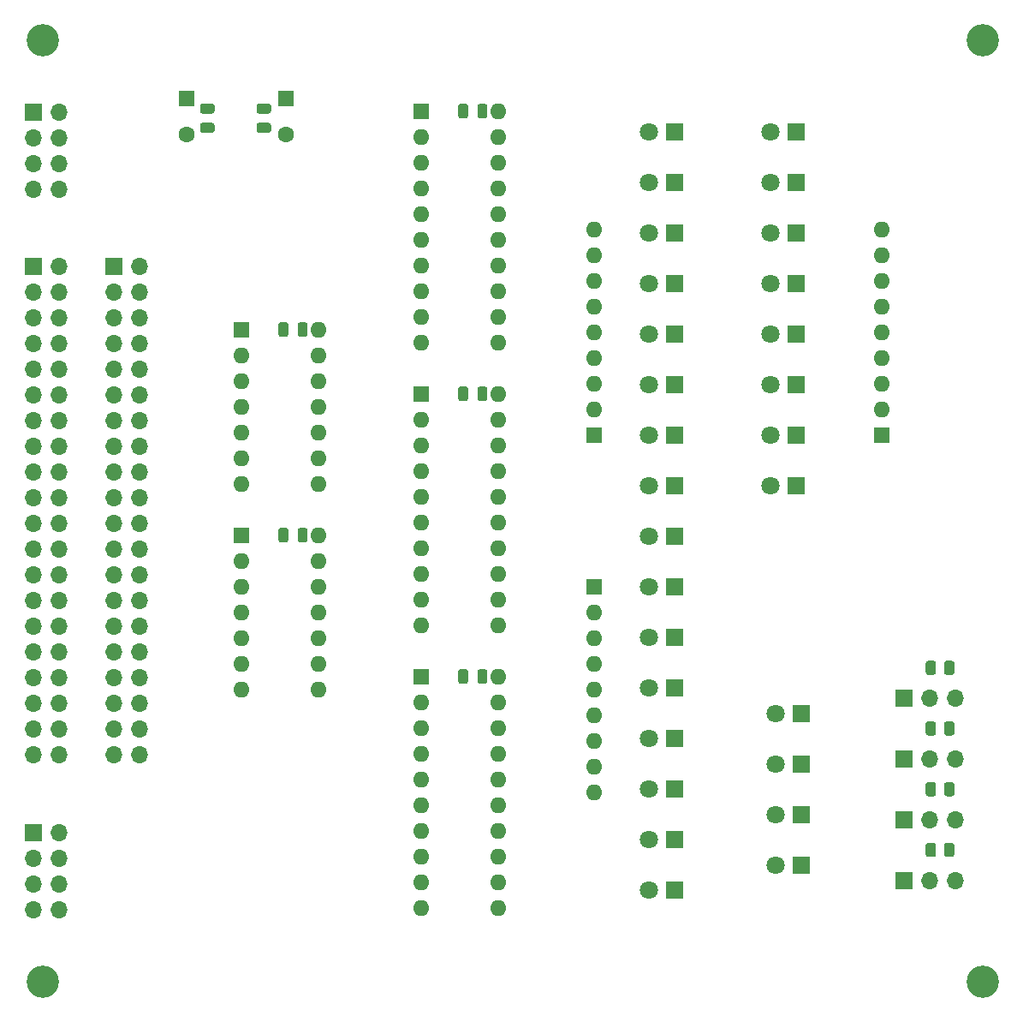
<source format=gbr>
%TF.GenerationSoftware,KiCad,Pcbnew,(5.1.9)-1*%
%TF.CreationDate,2021-06-06T11:32:17-04:00*%
%TF.ProjectId,main,6d61696e-2e6b-4696-9361-645f70636258,rev?*%
%TF.SameCoordinates,Original*%
%TF.FileFunction,Soldermask,Bot*%
%TF.FilePolarity,Negative*%
%FSLAX46Y46*%
G04 Gerber Fmt 4.6, Leading zero omitted, Abs format (unit mm)*
G04 Created by KiCad (PCBNEW (5.1.9)-1) date 2021-06-06 11:32:17*
%MOMM*%
%LPD*%
G01*
G04 APERTURE LIST*
%ADD10C,1.800000*%
%ADD11R,1.800000X1.800000*%
%ADD12C,1.600000*%
%ADD13R,1.600000X1.600000*%
%ADD14O,1.600000X1.600000*%
%ADD15O,1.700000X1.700000*%
%ADD16R,1.700000X1.700000*%
%ADD17C,3.200000*%
G04 APERTURE END LIST*
D10*
%TO.C,D28*%
X95960000Y-90000000D03*
D11*
X98500000Y-90000000D03*
%TD*%
D10*
%TO.C,D27*%
X95960000Y-95000000D03*
D11*
X98500000Y-95000000D03*
%TD*%
D10*
%TO.C,D26*%
X95960000Y-100000000D03*
D11*
X98500000Y-100000000D03*
%TD*%
D10*
%TO.C,D25*%
X95960000Y-105000000D03*
D11*
X98500000Y-105000000D03*
%TD*%
D12*
%TO.C,C9*%
X37752000Y-32774000D03*
D13*
X37752000Y-29274000D03*
%TD*%
%TO.C,C8*%
G36*
G01*
X39309000Y-31630000D02*
X40259000Y-31630000D01*
G75*
G02*
X40509000Y-31880000I0J-250000D01*
G01*
X40509000Y-32380000D01*
G75*
G02*
X40259000Y-32630000I-250000J0D01*
G01*
X39309000Y-32630000D01*
G75*
G02*
X39059000Y-32380000I0J250000D01*
G01*
X39059000Y-31880000D01*
G75*
G02*
X39309000Y-31630000I250000J0D01*
G01*
G37*
G36*
G01*
X39309000Y-29730000D02*
X40259000Y-29730000D01*
G75*
G02*
X40509000Y-29980000I0J-250000D01*
G01*
X40509000Y-30480000D01*
G75*
G02*
X40259000Y-30730000I-250000J0D01*
G01*
X39309000Y-30730000D01*
G75*
G02*
X39059000Y-30480000I0J250000D01*
G01*
X39059000Y-29980000D01*
G75*
G02*
X39309000Y-29730000I250000J0D01*
G01*
G37*
%TD*%
%TO.C,C14*%
G36*
G01*
X44897000Y-31630000D02*
X45847000Y-31630000D01*
G75*
G02*
X46097000Y-31880000I0J-250000D01*
G01*
X46097000Y-32380000D01*
G75*
G02*
X45847000Y-32630000I-250000J0D01*
G01*
X44897000Y-32630000D01*
G75*
G02*
X44647000Y-32380000I0J250000D01*
G01*
X44647000Y-31880000D01*
G75*
G02*
X44897000Y-31630000I250000J0D01*
G01*
G37*
G36*
G01*
X44897000Y-29730000D02*
X45847000Y-29730000D01*
G75*
G02*
X46097000Y-29980000I0J-250000D01*
G01*
X46097000Y-30480000D01*
G75*
G02*
X45847000Y-30730000I-250000J0D01*
G01*
X44897000Y-30730000D01*
G75*
G02*
X44647000Y-30480000I0J250000D01*
G01*
X44647000Y-29980000D01*
G75*
G02*
X44897000Y-29730000I250000J0D01*
G01*
G37*
%TD*%
D14*
%TO.C,U2*%
X50800000Y-52070000D03*
X43180000Y-67310000D03*
X50800000Y-54610000D03*
X43180000Y-64770000D03*
X50800000Y-57150000D03*
X43180000Y-62230000D03*
X50800000Y-59690000D03*
X43180000Y-59690000D03*
X50800000Y-62230000D03*
X43180000Y-57150000D03*
X50800000Y-64770000D03*
X43180000Y-54610000D03*
X50800000Y-67310000D03*
D13*
X43180000Y-52070000D03*
%TD*%
D14*
%TO.C,U1*%
X50800000Y-72390000D03*
X43180000Y-87630000D03*
X50800000Y-74930000D03*
X43180000Y-85090000D03*
X50800000Y-77470000D03*
X43180000Y-82550000D03*
X50800000Y-80010000D03*
X43180000Y-80010000D03*
X50800000Y-82550000D03*
X43180000Y-77470000D03*
X50800000Y-85090000D03*
X43180000Y-74930000D03*
X50800000Y-87630000D03*
D13*
X43180000Y-72390000D03*
%TD*%
D14*
%TO.C,RN3*%
X78000000Y-97820000D03*
X78000000Y-95280000D03*
X78000000Y-92740000D03*
X78000000Y-90200000D03*
X78000000Y-87660000D03*
X78000000Y-85120000D03*
X78000000Y-82580000D03*
X78000000Y-80040000D03*
D13*
X78000000Y-77500000D03*
%TD*%
D14*
%TO.C,RN2*%
X78000000Y-42180000D03*
X78000000Y-44720000D03*
X78000000Y-47260000D03*
X78000000Y-49800000D03*
X78000000Y-52340000D03*
X78000000Y-54880000D03*
X78000000Y-57420000D03*
X78000000Y-59960000D03*
D13*
X78000000Y-62500000D03*
%TD*%
%TO.C,RN1*%
X106500000Y-62500000D03*
D14*
X106500000Y-59960000D03*
X106500000Y-57420000D03*
X106500000Y-54880000D03*
X106500000Y-52340000D03*
X106500000Y-49800000D03*
X106500000Y-47260000D03*
X106500000Y-44720000D03*
X106500000Y-42180000D03*
%TD*%
D10*
%TO.C,D24*%
X83460000Y-77500000D03*
D11*
X86000000Y-77500000D03*
%TD*%
D10*
%TO.C,D23*%
X83460000Y-87500000D03*
D11*
X86000000Y-87500000D03*
%TD*%
D10*
%TO.C,D22*%
X83460000Y-97500000D03*
D11*
X86000000Y-97500000D03*
%TD*%
D10*
%TO.C,D21*%
X83460000Y-107500000D03*
D11*
X86000000Y-107500000D03*
%TD*%
D10*
%TO.C,D20*%
X83460000Y-102500000D03*
D11*
X86000000Y-102500000D03*
%TD*%
D10*
%TO.C,D19*%
X83460000Y-92500000D03*
D11*
X86000000Y-92500000D03*
%TD*%
D10*
%TO.C,D18*%
X83460000Y-82500000D03*
D11*
X86000000Y-82500000D03*
%TD*%
D10*
%TO.C,D17*%
X83460000Y-72500000D03*
D11*
X86000000Y-72500000D03*
%TD*%
D10*
%TO.C,D16*%
X83460000Y-37500000D03*
D11*
X86000000Y-37500000D03*
%TD*%
D10*
%TO.C,D15*%
X83460000Y-47500000D03*
D11*
X86000000Y-47500000D03*
%TD*%
D10*
%TO.C,D14*%
X83460000Y-57500000D03*
D11*
X86000000Y-57500000D03*
%TD*%
D10*
%TO.C,D13*%
X83460000Y-67500000D03*
D11*
X86000000Y-67500000D03*
%TD*%
D10*
%TO.C,D12*%
X83460000Y-62500000D03*
D11*
X86000000Y-62500000D03*
%TD*%
D10*
%TO.C,D11*%
X83460000Y-52500000D03*
D11*
X86000000Y-52500000D03*
%TD*%
D10*
%TO.C,D10*%
X83460000Y-42500000D03*
D11*
X86000000Y-42500000D03*
%TD*%
D10*
%TO.C,D9*%
X83460000Y-32500000D03*
D11*
X86000000Y-32500000D03*
%TD*%
D10*
%TO.C,D8*%
X95460000Y-37500000D03*
D11*
X98000000Y-37500000D03*
%TD*%
D10*
%TO.C,D7*%
X95460000Y-47500000D03*
D11*
X98000000Y-47500000D03*
%TD*%
D10*
%TO.C,D6*%
X95460000Y-57500000D03*
D11*
X98000000Y-57500000D03*
%TD*%
D10*
%TO.C,D5*%
X95460000Y-67500000D03*
D11*
X98000000Y-67500000D03*
%TD*%
D10*
%TO.C,D4*%
X95460000Y-62500000D03*
D11*
X98000000Y-62500000D03*
%TD*%
D10*
%TO.C,D3*%
X95460000Y-52500000D03*
D11*
X98000000Y-52500000D03*
%TD*%
D10*
%TO.C,D2*%
X95460000Y-42500000D03*
D11*
X98000000Y-42500000D03*
%TD*%
D15*
%TO.C,SW4*%
X113790000Y-88500000D03*
X111250000Y-88500000D03*
D16*
X108710000Y-88500000D03*
%TD*%
D15*
%TO.C,SW3*%
X113790000Y-94500000D03*
X111250000Y-94500000D03*
D16*
X108710000Y-94500000D03*
%TD*%
D15*
%TO.C,SW2*%
X113790000Y-100500000D03*
X111250000Y-100500000D03*
D16*
X108710000Y-100500000D03*
%TD*%
D15*
%TO.C,SW1*%
X113790000Y-106500000D03*
X111250000Y-106500000D03*
D16*
X108710000Y-106500000D03*
%TD*%
%TO.C,R4*%
G36*
G01*
X111850000Y-85049999D02*
X111850000Y-85950001D01*
G75*
G02*
X111600001Y-86200000I-249999J0D01*
G01*
X111074999Y-86200000D01*
G75*
G02*
X110825000Y-85950001I0J249999D01*
G01*
X110825000Y-85049999D01*
G75*
G02*
X111074999Y-84800000I249999J0D01*
G01*
X111600001Y-84800000D01*
G75*
G02*
X111850000Y-85049999I0J-249999D01*
G01*
G37*
G36*
G01*
X113675000Y-85049999D02*
X113675000Y-85950001D01*
G75*
G02*
X113425001Y-86200000I-249999J0D01*
G01*
X112899999Y-86200000D01*
G75*
G02*
X112650000Y-85950001I0J249999D01*
G01*
X112650000Y-85049999D01*
G75*
G02*
X112899999Y-84800000I249999J0D01*
G01*
X113425001Y-84800000D01*
G75*
G02*
X113675000Y-85049999I0J-249999D01*
G01*
G37*
%TD*%
%TO.C,R3*%
G36*
G01*
X111850000Y-91049999D02*
X111850000Y-91950001D01*
G75*
G02*
X111600001Y-92200000I-249999J0D01*
G01*
X111074999Y-92200000D01*
G75*
G02*
X110825000Y-91950001I0J249999D01*
G01*
X110825000Y-91049999D01*
G75*
G02*
X111074999Y-90800000I249999J0D01*
G01*
X111600001Y-90800000D01*
G75*
G02*
X111850000Y-91049999I0J-249999D01*
G01*
G37*
G36*
G01*
X113675000Y-91049999D02*
X113675000Y-91950001D01*
G75*
G02*
X113425001Y-92200000I-249999J0D01*
G01*
X112899999Y-92200000D01*
G75*
G02*
X112650000Y-91950001I0J249999D01*
G01*
X112650000Y-91049999D01*
G75*
G02*
X112899999Y-90800000I249999J0D01*
G01*
X113425001Y-90800000D01*
G75*
G02*
X113675000Y-91049999I0J-249999D01*
G01*
G37*
%TD*%
%TO.C,R2*%
G36*
G01*
X111850000Y-97049999D02*
X111850000Y-97950001D01*
G75*
G02*
X111600001Y-98200000I-249999J0D01*
G01*
X111074999Y-98200000D01*
G75*
G02*
X110825000Y-97950001I0J249999D01*
G01*
X110825000Y-97049999D01*
G75*
G02*
X111074999Y-96800000I249999J0D01*
G01*
X111600001Y-96800000D01*
G75*
G02*
X111850000Y-97049999I0J-249999D01*
G01*
G37*
G36*
G01*
X113675000Y-97049999D02*
X113675000Y-97950001D01*
G75*
G02*
X113425001Y-98200000I-249999J0D01*
G01*
X112899999Y-98200000D01*
G75*
G02*
X112650000Y-97950001I0J249999D01*
G01*
X112650000Y-97049999D01*
G75*
G02*
X112899999Y-96800000I249999J0D01*
G01*
X113425001Y-96800000D01*
G75*
G02*
X113675000Y-97049999I0J-249999D01*
G01*
G37*
%TD*%
%TO.C,R1*%
G36*
G01*
X111850000Y-103049999D02*
X111850000Y-103950001D01*
G75*
G02*
X111600001Y-104200000I-249999J0D01*
G01*
X111074999Y-104200000D01*
G75*
G02*
X110825000Y-103950001I0J249999D01*
G01*
X110825000Y-103049999D01*
G75*
G02*
X111074999Y-102800000I249999J0D01*
G01*
X111600001Y-102800000D01*
G75*
G02*
X111850000Y-103049999I0J-249999D01*
G01*
G37*
G36*
G01*
X113675000Y-103049999D02*
X113675000Y-103950001D01*
G75*
G02*
X113425001Y-104200000I-249999J0D01*
G01*
X112899999Y-104200000D01*
G75*
G02*
X112650000Y-103950001I0J249999D01*
G01*
X112650000Y-103049999D01*
G75*
G02*
X112899999Y-102800000I249999J0D01*
G01*
X113425001Y-102800000D01*
G75*
G02*
X113675000Y-103049999I0J-249999D01*
G01*
G37*
%TD*%
D14*
%TO.C,U5*%
X68580000Y-86360000D03*
X60960000Y-109220000D03*
X68580000Y-88900000D03*
X60960000Y-106680000D03*
X68580000Y-91440000D03*
X60960000Y-104140000D03*
X68580000Y-93980000D03*
X60960000Y-101600000D03*
X68580000Y-96520000D03*
X60960000Y-99060000D03*
X68580000Y-99060000D03*
X60960000Y-96520000D03*
X68580000Y-101600000D03*
X60960000Y-93980000D03*
X68580000Y-104140000D03*
X60960000Y-91440000D03*
X68580000Y-106680000D03*
X60960000Y-88900000D03*
X68580000Y-109220000D03*
D13*
X60960000Y-86360000D03*
%TD*%
D14*
%TO.C,U4*%
X68580000Y-58420000D03*
X60960000Y-81280000D03*
X68580000Y-60960000D03*
X60960000Y-78740000D03*
X68580000Y-63500000D03*
X60960000Y-76200000D03*
X68580000Y-66040000D03*
X60960000Y-73660000D03*
X68580000Y-68580000D03*
X60960000Y-71120000D03*
X68580000Y-71120000D03*
X60960000Y-68580000D03*
X68580000Y-73660000D03*
X60960000Y-66040000D03*
X68580000Y-76200000D03*
X60960000Y-63500000D03*
X68580000Y-78740000D03*
X60960000Y-60960000D03*
X68580000Y-81280000D03*
D13*
X60960000Y-58420000D03*
%TD*%
D14*
%TO.C,U3*%
X68580000Y-30480000D03*
X60960000Y-53340000D03*
X68580000Y-33020000D03*
X60960000Y-50800000D03*
X68580000Y-35560000D03*
X60960000Y-48260000D03*
X68580000Y-38100000D03*
X60960000Y-45720000D03*
X68580000Y-40640000D03*
X60960000Y-43180000D03*
X68580000Y-43180000D03*
X60960000Y-40640000D03*
X68580000Y-45720000D03*
X60960000Y-38100000D03*
X68580000Y-48260000D03*
X60960000Y-35560000D03*
X68580000Y-50800000D03*
X60960000Y-33020000D03*
X68580000Y-53340000D03*
D13*
X60960000Y-30480000D03*
%TD*%
D17*
%TO.C,H4*%
X23500000Y-116500000D03*
%TD*%
%TO.C,H3*%
X116500000Y-116500000D03*
%TD*%
%TO.C,H2*%
X23500000Y-23500000D03*
%TD*%
%TO.C,H1*%
X116500000Y-23500000D03*
%TD*%
D10*
%TO.C,D1*%
X95460000Y-32500000D03*
D11*
X98000000Y-32500000D03*
%TD*%
%TO.C,C6*%
G36*
G01*
X47810000Y-71915000D02*
X47810000Y-72865000D01*
G75*
G02*
X47560000Y-73115000I-250000J0D01*
G01*
X47060000Y-73115000D01*
G75*
G02*
X46810000Y-72865000I0J250000D01*
G01*
X46810000Y-71915000D01*
G75*
G02*
X47060000Y-71665000I250000J0D01*
G01*
X47560000Y-71665000D01*
G75*
G02*
X47810000Y-71915000I0J-250000D01*
G01*
G37*
G36*
G01*
X49710000Y-71915000D02*
X49710000Y-72865000D01*
G75*
G02*
X49460000Y-73115000I-250000J0D01*
G01*
X48960000Y-73115000D01*
G75*
G02*
X48710000Y-72865000I0J250000D01*
G01*
X48710000Y-71915000D01*
G75*
G02*
X48960000Y-71665000I250000J0D01*
G01*
X49460000Y-71665000D01*
G75*
G02*
X49710000Y-71915000I0J-250000D01*
G01*
G37*
%TD*%
D12*
%TO.C,C5*%
X47531000Y-32774000D03*
D13*
X47531000Y-29274000D03*
%TD*%
D16*
%TO.C,J3*%
X22540000Y-30600000D03*
D15*
X25080000Y-30600000D03*
X22540000Y-33140000D03*
X25080000Y-33140000D03*
X22540000Y-35680000D03*
X25080000Y-35680000D03*
X22540000Y-38220000D03*
X25080000Y-38220000D03*
%TD*%
%TO.C,J4*%
X25080000Y-109400000D03*
X22540000Y-109400000D03*
X25080000Y-106860000D03*
X22540000Y-106860000D03*
X25080000Y-104320000D03*
X22540000Y-104320000D03*
X25080000Y-101780000D03*
D16*
X22540000Y-101780000D03*
%TD*%
D15*
%TO.C,J2*%
X33080000Y-94130000D03*
X30540000Y-94130000D03*
X33080000Y-91590000D03*
X30540000Y-91590000D03*
X33080000Y-89050000D03*
X30540000Y-89050000D03*
X33080000Y-86510000D03*
X30540000Y-86510000D03*
X33080000Y-83970000D03*
X30540000Y-83970000D03*
X33080000Y-81430000D03*
X30540000Y-81430000D03*
X33080000Y-78890000D03*
X30540000Y-78890000D03*
X33080000Y-76350000D03*
X30540000Y-76350000D03*
X33080000Y-73810000D03*
X30540000Y-73810000D03*
X33080000Y-71270000D03*
X30540000Y-71270000D03*
X33080000Y-68730000D03*
X30540000Y-68730000D03*
X33080000Y-66190000D03*
X30540000Y-66190000D03*
X33080000Y-63650000D03*
X30540000Y-63650000D03*
X33080000Y-61110000D03*
X30540000Y-61110000D03*
X33080000Y-58570000D03*
X30540000Y-58570000D03*
X33080000Y-56030000D03*
X30540000Y-56030000D03*
X33080000Y-53490000D03*
X30540000Y-53490000D03*
X33080000Y-50950000D03*
X30540000Y-50950000D03*
X33080000Y-48410000D03*
X30540000Y-48410000D03*
X33080000Y-45870000D03*
D16*
X30540000Y-45870000D03*
%TD*%
%TO.C,C4*%
G36*
G01*
X65590000Y-57945000D02*
X65590000Y-58895000D01*
G75*
G02*
X65340000Y-59145000I-250000J0D01*
G01*
X64840000Y-59145000D01*
G75*
G02*
X64590000Y-58895000I0J250000D01*
G01*
X64590000Y-57945000D01*
G75*
G02*
X64840000Y-57695000I250000J0D01*
G01*
X65340000Y-57695000D01*
G75*
G02*
X65590000Y-57945000I0J-250000D01*
G01*
G37*
G36*
G01*
X67490000Y-57945000D02*
X67490000Y-58895000D01*
G75*
G02*
X67240000Y-59145000I-250000J0D01*
G01*
X66740000Y-59145000D01*
G75*
G02*
X66490000Y-58895000I0J250000D01*
G01*
X66490000Y-57945000D01*
G75*
G02*
X66740000Y-57695000I250000J0D01*
G01*
X67240000Y-57695000D01*
G75*
G02*
X67490000Y-57945000I0J-250000D01*
G01*
G37*
%TD*%
%TO.C,C3*%
G36*
G01*
X65590000Y-30005000D02*
X65590000Y-30955000D01*
G75*
G02*
X65340000Y-31205000I-250000J0D01*
G01*
X64840000Y-31205000D01*
G75*
G02*
X64590000Y-30955000I0J250000D01*
G01*
X64590000Y-30005000D01*
G75*
G02*
X64840000Y-29755000I250000J0D01*
G01*
X65340000Y-29755000D01*
G75*
G02*
X65590000Y-30005000I0J-250000D01*
G01*
G37*
G36*
G01*
X67490000Y-30005000D02*
X67490000Y-30955000D01*
G75*
G02*
X67240000Y-31205000I-250000J0D01*
G01*
X66740000Y-31205000D01*
G75*
G02*
X66490000Y-30955000I0J250000D01*
G01*
X66490000Y-30005000D01*
G75*
G02*
X66740000Y-29755000I250000J0D01*
G01*
X67240000Y-29755000D01*
G75*
G02*
X67490000Y-30005000I0J-250000D01*
G01*
G37*
%TD*%
%TO.C,C2*%
G36*
G01*
X47810000Y-51595000D02*
X47810000Y-52545000D01*
G75*
G02*
X47560000Y-52795000I-250000J0D01*
G01*
X47060000Y-52795000D01*
G75*
G02*
X46810000Y-52545000I0J250000D01*
G01*
X46810000Y-51595000D01*
G75*
G02*
X47060000Y-51345000I250000J0D01*
G01*
X47560000Y-51345000D01*
G75*
G02*
X47810000Y-51595000I0J-250000D01*
G01*
G37*
G36*
G01*
X49710000Y-51595000D02*
X49710000Y-52545000D01*
G75*
G02*
X49460000Y-52795000I-250000J0D01*
G01*
X48960000Y-52795000D01*
G75*
G02*
X48710000Y-52545000I0J250000D01*
G01*
X48710000Y-51595000D01*
G75*
G02*
X48960000Y-51345000I250000J0D01*
G01*
X49460000Y-51345000D01*
G75*
G02*
X49710000Y-51595000I0J-250000D01*
G01*
G37*
%TD*%
%TO.C,C1*%
G36*
G01*
X65590000Y-85885000D02*
X65590000Y-86835000D01*
G75*
G02*
X65340000Y-87085000I-250000J0D01*
G01*
X64840000Y-87085000D01*
G75*
G02*
X64590000Y-86835000I0J250000D01*
G01*
X64590000Y-85885000D01*
G75*
G02*
X64840000Y-85635000I250000J0D01*
G01*
X65340000Y-85635000D01*
G75*
G02*
X65590000Y-85885000I0J-250000D01*
G01*
G37*
G36*
G01*
X67490000Y-85885000D02*
X67490000Y-86835000D01*
G75*
G02*
X67240000Y-87085000I-250000J0D01*
G01*
X66740000Y-87085000D01*
G75*
G02*
X66490000Y-86835000I0J250000D01*
G01*
X66490000Y-85885000D01*
G75*
G02*
X66740000Y-85635000I250000J0D01*
G01*
X67240000Y-85635000D01*
G75*
G02*
X67490000Y-85885000I0J-250000D01*
G01*
G37*
%TD*%
D15*
%TO.C,J1*%
X25080000Y-94130000D03*
X22540000Y-94130000D03*
X25080000Y-91590000D03*
X22540000Y-91590000D03*
X25080000Y-89050000D03*
X22540000Y-89050000D03*
X25080000Y-86510000D03*
X22540000Y-86510000D03*
X25080000Y-83970000D03*
X22540000Y-83970000D03*
X25080000Y-81430000D03*
X22540000Y-81430000D03*
X25080000Y-78890000D03*
X22540000Y-78890000D03*
X25080000Y-76350000D03*
X22540000Y-76350000D03*
X25080000Y-73810000D03*
X22540000Y-73810000D03*
X25080000Y-71270000D03*
X22540000Y-71270000D03*
X25080000Y-68730000D03*
X22540000Y-68730000D03*
X25080000Y-66190000D03*
X22540000Y-66190000D03*
X25080000Y-63650000D03*
X22540000Y-63650000D03*
X25080000Y-61110000D03*
X22540000Y-61110000D03*
X25080000Y-58570000D03*
X22540000Y-58570000D03*
X25080000Y-56030000D03*
X22540000Y-56030000D03*
X25080000Y-53490000D03*
X22540000Y-53490000D03*
X25080000Y-50950000D03*
X22540000Y-50950000D03*
X25080000Y-48410000D03*
X22540000Y-48410000D03*
X25080000Y-45870000D03*
D16*
X22540000Y-45870000D03*
%TD*%
M02*

</source>
